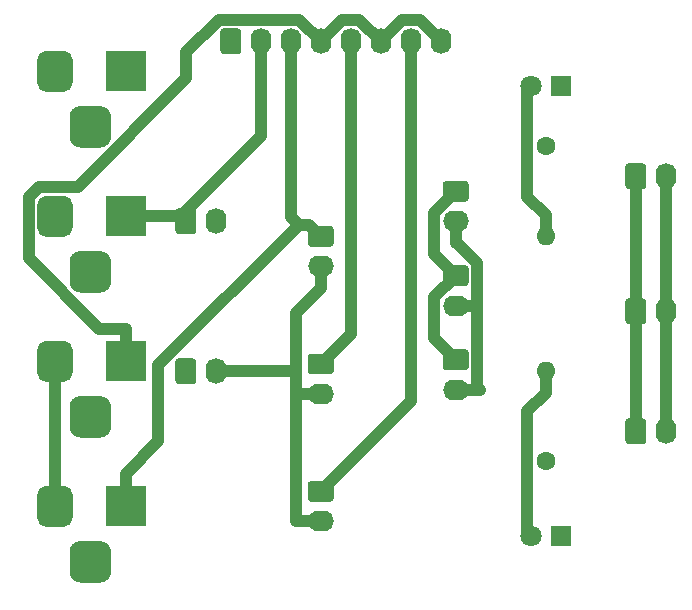
<source format=gbr>
G04 #@! TF.GenerationSoftware,KiCad,Pcbnew,(5.1.9-0-10_14)*
G04 #@! TF.CreationDate,2023-01-06T07:48:33+10:00*
G04 #@! TF.ProjectId,OH - Relay and Backlight Distribution,4f48202d-2052-4656-9c61-7920616e6420,rev?*
G04 #@! TF.SameCoordinates,Original*
G04 #@! TF.FileFunction,Copper,L2,Bot*
G04 #@! TF.FilePolarity,Positive*
%FSLAX46Y46*%
G04 Gerber Fmt 4.6, Leading zero omitted, Abs format (unit mm)*
G04 Created by KiCad (PCBNEW (5.1.9-0-10_14)) date 2023-01-06 07:48:33*
%MOMM*%
%LPD*%
G01*
G04 APERTURE LIST*
G04 #@! TA.AperFunction,ComponentPad*
%ADD10O,2.190000X1.740000*%
G04 #@! TD*
G04 #@! TA.AperFunction,ComponentPad*
%ADD11O,1.740000X2.190000*%
G04 #@! TD*
G04 #@! TA.AperFunction,ComponentPad*
%ADD12R,3.500000X3.500000*%
G04 #@! TD*
G04 #@! TA.AperFunction,ComponentPad*
%ADD13O,1.600000X1.600000*%
G04 #@! TD*
G04 #@! TA.AperFunction,ComponentPad*
%ADD14C,1.600000*%
G04 #@! TD*
G04 #@! TA.AperFunction,ComponentPad*
%ADD15C,1.800000*%
G04 #@! TD*
G04 #@! TA.AperFunction,ComponentPad*
%ADD16R,1.800000X1.800000*%
G04 #@! TD*
G04 #@! TA.AperFunction,Conductor*
%ADD17C,1.000000*%
G04 #@! TD*
G04 APERTURE END LIST*
D10*
X151130000Y-89190000D03*
G04 #@! TA.AperFunction,ComponentPad*
G36*
G01*
X150284999Y-85780000D02*
X151975001Y-85780000D01*
G75*
G02*
X152225000Y-86029999I0J-249999D01*
G01*
X152225000Y-87270001D01*
G75*
G02*
X151975001Y-87520000I-249999J0D01*
G01*
X150284999Y-87520000D01*
G75*
G02*
X150035000Y-87270001I0J249999D01*
G01*
X150035000Y-86029999D01*
G75*
G02*
X150284999Y-85780000I249999J0D01*
G01*
G37*
G04 #@! TD.AperFunction*
X151130000Y-82060000D03*
G04 #@! TA.AperFunction,ComponentPad*
G36*
G01*
X150284999Y-78650000D02*
X151975001Y-78650000D01*
G75*
G02*
X152225000Y-78899999I0J-249999D01*
G01*
X152225000Y-80140001D01*
G75*
G02*
X151975001Y-80390000I-249999J0D01*
G01*
X150284999Y-80390000D01*
G75*
G02*
X150035000Y-80140001I0J249999D01*
G01*
X150035000Y-78899999D01*
G75*
G02*
X150284999Y-78650000I249999J0D01*
G01*
G37*
G04 #@! TD.AperFunction*
X151130000Y-74930000D03*
G04 #@! TA.AperFunction,ComponentPad*
G36*
G01*
X150284999Y-71520000D02*
X151975001Y-71520000D01*
G75*
G02*
X152225000Y-71769999I0J-249999D01*
G01*
X152225000Y-73010001D01*
G75*
G02*
X151975001Y-73260000I-249999J0D01*
G01*
X150284999Y-73260000D01*
G75*
G02*
X150035000Y-73010001I0J249999D01*
G01*
X150035000Y-71769999D01*
G75*
G02*
X150284999Y-71520000I249999J0D01*
G01*
G37*
G04 #@! TD.AperFunction*
D11*
X130810000Y-74930000D03*
G04 #@! TA.AperFunction,ComponentPad*
G36*
G01*
X127400000Y-75775001D02*
X127400000Y-74084999D01*
G75*
G02*
X127649999Y-73835000I249999J0D01*
G01*
X128890001Y-73835000D01*
G75*
G02*
X129140000Y-74084999I0J-249999D01*
G01*
X129140000Y-75775001D01*
G75*
G02*
X128890001Y-76025000I-249999J0D01*
G01*
X127649999Y-76025000D01*
G75*
G02*
X127400000Y-75775001I0J249999D01*
G01*
G37*
G04 #@! TD.AperFunction*
X130810000Y-87630000D03*
G04 #@! TA.AperFunction,ComponentPad*
G36*
G01*
X127400000Y-88475001D02*
X127400000Y-86784999D01*
G75*
G02*
X127649999Y-86535000I249999J0D01*
G01*
X128890001Y-86535000D01*
G75*
G02*
X129140000Y-86784999I0J-249999D01*
G01*
X129140000Y-88475001D01*
G75*
G02*
X128890001Y-88725000I-249999J0D01*
G01*
X127649999Y-88725000D01*
G75*
G02*
X127400000Y-88475001I0J249999D01*
G01*
G37*
G04 #@! TD.AperFunction*
G04 #@! TA.AperFunction,ComponentPad*
G36*
G01*
X118440000Y-104635000D02*
X118440000Y-102885000D01*
G75*
G02*
X119315000Y-102010000I875000J0D01*
G01*
X121065000Y-102010000D01*
G75*
G02*
X121940000Y-102885000I0J-875000D01*
G01*
X121940000Y-104635000D01*
G75*
G02*
X121065000Y-105510000I-875000J0D01*
G01*
X119315000Y-105510000D01*
G75*
G02*
X118440000Y-104635000I0J875000D01*
G01*
G37*
G04 #@! TD.AperFunction*
G04 #@! TA.AperFunction,ComponentPad*
G36*
G01*
X115690000Y-100060000D02*
X115690000Y-98060000D01*
G75*
G02*
X116440000Y-97310000I750000J0D01*
G01*
X117940000Y-97310000D01*
G75*
G02*
X118690000Y-98060000I0J-750000D01*
G01*
X118690000Y-100060000D01*
G75*
G02*
X117940000Y-100810000I-750000J0D01*
G01*
X116440000Y-100810000D01*
G75*
G02*
X115690000Y-100060000I0J750000D01*
G01*
G37*
G04 #@! TD.AperFunction*
D12*
X123190000Y-99060000D03*
D11*
X149860000Y-59690000D03*
X147320000Y-59690000D03*
X144780000Y-59690000D03*
X142240000Y-59690000D03*
X139700000Y-59690000D03*
X137160000Y-59690000D03*
X134620000Y-59690000D03*
G04 #@! TA.AperFunction,ComponentPad*
G36*
G01*
X131210000Y-60535001D02*
X131210000Y-58844999D01*
G75*
G02*
X131459999Y-58595000I249999J0D01*
G01*
X132700001Y-58595000D01*
G75*
G02*
X132950000Y-58844999I0J-249999D01*
G01*
X132950000Y-60535001D01*
G75*
G02*
X132700001Y-60785000I-249999J0D01*
G01*
X131459999Y-60785000D01*
G75*
G02*
X131210000Y-60535001I0J249999D01*
G01*
G37*
G04 #@! TD.AperFunction*
D10*
X139700000Y-100330000D03*
G04 #@! TA.AperFunction,ComponentPad*
G36*
G01*
X138854999Y-96920000D02*
X140545001Y-96920000D01*
G75*
G02*
X140795000Y-97169999I0J-249999D01*
G01*
X140795000Y-98410001D01*
G75*
G02*
X140545001Y-98660000I-249999J0D01*
G01*
X138854999Y-98660000D01*
G75*
G02*
X138605000Y-98410001I0J249999D01*
G01*
X138605000Y-97169999D01*
G75*
G02*
X138854999Y-96920000I249999J0D01*
G01*
G37*
G04 #@! TD.AperFunction*
X139700000Y-89535000D03*
G04 #@! TA.AperFunction,ComponentPad*
G36*
G01*
X138854999Y-86125000D02*
X140545001Y-86125000D01*
G75*
G02*
X140795000Y-86374999I0J-249999D01*
G01*
X140795000Y-87615001D01*
G75*
G02*
X140545001Y-87865000I-249999J0D01*
G01*
X138854999Y-87865000D01*
G75*
G02*
X138605000Y-87615001I0J249999D01*
G01*
X138605000Y-86374999D01*
G75*
G02*
X138854999Y-86125000I249999J0D01*
G01*
G37*
G04 #@! TD.AperFunction*
G04 #@! TA.AperFunction,ComponentPad*
G36*
G01*
X118440000Y-80081700D02*
X118440000Y-78331700D01*
G75*
G02*
X119315000Y-77456700I875000J0D01*
G01*
X121065000Y-77456700D01*
G75*
G02*
X121940000Y-78331700I0J-875000D01*
G01*
X121940000Y-80081700D01*
G75*
G02*
X121065000Y-80956700I-875000J0D01*
G01*
X119315000Y-80956700D01*
G75*
G02*
X118440000Y-80081700I0J875000D01*
G01*
G37*
G04 #@! TD.AperFunction*
G04 #@! TA.AperFunction,ComponentPad*
G36*
G01*
X115690000Y-75506700D02*
X115690000Y-73506700D01*
G75*
G02*
X116440000Y-72756700I750000J0D01*
G01*
X117940000Y-72756700D01*
G75*
G02*
X118690000Y-73506700I0J-750000D01*
G01*
X118690000Y-75506700D01*
G75*
G02*
X117940000Y-76256700I-750000J0D01*
G01*
X116440000Y-76256700D01*
G75*
G02*
X115690000Y-75506700I0J750000D01*
G01*
G37*
G04 #@! TD.AperFunction*
D12*
X123190000Y-74506700D03*
G04 #@! TA.AperFunction,ComponentPad*
G36*
G01*
X118440000Y-67805000D02*
X118440000Y-66055000D01*
G75*
G02*
X119315000Y-65180000I875000J0D01*
G01*
X121065000Y-65180000D01*
G75*
G02*
X121940000Y-66055000I0J-875000D01*
G01*
X121940000Y-67805000D01*
G75*
G02*
X121065000Y-68680000I-875000J0D01*
G01*
X119315000Y-68680000D01*
G75*
G02*
X118440000Y-67805000I0J875000D01*
G01*
G37*
G04 #@! TD.AperFunction*
G04 #@! TA.AperFunction,ComponentPad*
G36*
G01*
X115690000Y-63230000D02*
X115690000Y-61230000D01*
G75*
G02*
X116440000Y-60480000I750000J0D01*
G01*
X117940000Y-60480000D01*
G75*
G02*
X118690000Y-61230000I0J-750000D01*
G01*
X118690000Y-63230000D01*
G75*
G02*
X117940000Y-63980000I-750000J0D01*
G01*
X116440000Y-63980000D01*
G75*
G02*
X115690000Y-63230000I0J750000D01*
G01*
G37*
G04 #@! TD.AperFunction*
X123190000Y-62230000D03*
D10*
X139700000Y-78740000D03*
G04 #@! TA.AperFunction,ComponentPad*
G36*
G01*
X138854999Y-75330000D02*
X140545001Y-75330000D01*
G75*
G02*
X140795000Y-75579999I0J-249999D01*
G01*
X140795000Y-76820001D01*
G75*
G02*
X140545001Y-77070000I-249999J0D01*
G01*
X138854999Y-77070000D01*
G75*
G02*
X138605000Y-76820001I0J249999D01*
G01*
X138605000Y-75579999D01*
G75*
G02*
X138854999Y-75330000I249999J0D01*
G01*
G37*
G04 #@! TD.AperFunction*
D11*
X168910000Y-92710000D03*
G04 #@! TA.AperFunction,ComponentPad*
G36*
G01*
X165500000Y-93555001D02*
X165500000Y-91864999D01*
G75*
G02*
X165749999Y-91615000I249999J0D01*
G01*
X166990001Y-91615000D01*
G75*
G02*
X167240000Y-91864999I0J-249999D01*
G01*
X167240000Y-93555001D01*
G75*
G02*
X166990001Y-93805000I-249999J0D01*
G01*
X165749999Y-93805000D01*
G75*
G02*
X165500000Y-93555001I0J249999D01*
G01*
G37*
G04 #@! TD.AperFunction*
X168910000Y-82550000D03*
G04 #@! TA.AperFunction,ComponentPad*
G36*
G01*
X165500000Y-83395001D02*
X165500000Y-81704999D01*
G75*
G02*
X165749999Y-81455000I249999J0D01*
G01*
X166990001Y-81455000D01*
G75*
G02*
X167240000Y-81704999I0J-249999D01*
G01*
X167240000Y-83395001D01*
G75*
G02*
X166990001Y-83645000I-249999J0D01*
G01*
X165749999Y-83645000D01*
G75*
G02*
X165500000Y-83395001I0J249999D01*
G01*
G37*
G04 #@! TD.AperFunction*
X168910000Y-71120000D03*
G04 #@! TA.AperFunction,ComponentPad*
G36*
G01*
X165500000Y-71965001D02*
X165500000Y-70274999D01*
G75*
G02*
X165749999Y-70025000I249999J0D01*
G01*
X166990001Y-70025000D01*
G75*
G02*
X167240000Y-70274999I0J-249999D01*
G01*
X167240000Y-71965001D01*
G75*
G02*
X166990001Y-72215000I-249999J0D01*
G01*
X165749999Y-72215000D01*
G75*
G02*
X165500000Y-71965001I0J249999D01*
G01*
G37*
G04 #@! TD.AperFunction*
G04 #@! TA.AperFunction,ComponentPad*
G36*
G01*
X118440000Y-92358300D02*
X118440000Y-90608300D01*
G75*
G02*
X119315000Y-89733300I875000J0D01*
G01*
X121065000Y-89733300D01*
G75*
G02*
X121940000Y-90608300I0J-875000D01*
G01*
X121940000Y-92358300D01*
G75*
G02*
X121065000Y-93233300I-875000J0D01*
G01*
X119315000Y-93233300D01*
G75*
G02*
X118440000Y-92358300I0J875000D01*
G01*
G37*
G04 #@! TD.AperFunction*
G04 #@! TA.AperFunction,ComponentPad*
G36*
G01*
X115690000Y-87783300D02*
X115690000Y-85783300D01*
G75*
G02*
X116440000Y-85033300I750000J0D01*
G01*
X117940000Y-85033300D01*
G75*
G02*
X118690000Y-85783300I0J-750000D01*
G01*
X118690000Y-87783300D01*
G75*
G02*
X117940000Y-88533300I-750000J0D01*
G01*
X116440000Y-88533300D01*
G75*
G02*
X115690000Y-87783300I0J750000D01*
G01*
G37*
G04 #@! TD.AperFunction*
D12*
X123190000Y-86783300D03*
D13*
X158750000Y-87630000D03*
D14*
X158750000Y-95250000D03*
D13*
X158750000Y-76200000D03*
D14*
X158750000Y-68580000D03*
D15*
X157480000Y-101600000D03*
D16*
X160020000Y-101600000D03*
D15*
X157480000Y-63500000D03*
D16*
X160020000Y-63500000D03*
D17*
X139700000Y-100330000D02*
X137605000Y-100330000D01*
X137605000Y-89535000D02*
X137605000Y-100330000D01*
X137605000Y-87630000D02*
X137605000Y-89535000D01*
X139700000Y-80610000D02*
X137605000Y-82705000D01*
X137605000Y-82705000D02*
X137605000Y-87630000D01*
X137605000Y-87630000D02*
X132680000Y-87630000D01*
X130810000Y-87630000D02*
X132680000Y-87630000D01*
X139700000Y-89535000D02*
X137605000Y-89535000D01*
X139700000Y-78740000D02*
X139700000Y-80610000D01*
X117190000Y-86783300D02*
X117190000Y-99060000D01*
X158750000Y-76200000D02*
X158750000Y-74400000D01*
X157480000Y-63500000D02*
X157191200Y-63788800D01*
X157191200Y-63788800D02*
X157191200Y-72841200D01*
X157191200Y-72841200D02*
X158750000Y-74400000D01*
X158750000Y-87630000D02*
X158750000Y-89430000D01*
X157480000Y-101600000D02*
X157193700Y-101313700D01*
X157193700Y-101313700D02*
X157193700Y-90986300D01*
X157193700Y-90986300D02*
X158750000Y-89430000D01*
X168910000Y-82550000D02*
X168910000Y-92710000D01*
X168910000Y-71120000D02*
X168910000Y-82550000D01*
X166370000Y-82550000D02*
X166370000Y-92710000D01*
X166370000Y-71120000D02*
X166370000Y-82550000D01*
X139700000Y-59690000D02*
X137893300Y-57883300D01*
X137893300Y-57883300D02*
X131061700Y-57883300D01*
X131061700Y-57883300D02*
X128326500Y-60618500D01*
X128326500Y-60618500D02*
X128326500Y-62829100D01*
X128326500Y-62829100D02*
X119108100Y-72047500D01*
X119108100Y-72047500D02*
X115810400Y-72047500D01*
X115810400Y-72047500D02*
X114977200Y-72880700D01*
X114977200Y-72880700D02*
X114977200Y-78054900D01*
X114977200Y-78054900D02*
X120955600Y-84033300D01*
X120955600Y-84033300D02*
X123190000Y-84033300D01*
X123190000Y-86783300D02*
X123190000Y-84033300D01*
X144780000Y-59690000D02*
X142970900Y-57880900D01*
X142970900Y-57880900D02*
X141509100Y-57880900D01*
X141509100Y-57880900D02*
X139700000Y-59690000D01*
X149860000Y-59690000D02*
X148064600Y-57894600D01*
X148064600Y-57894600D02*
X146575400Y-57894600D01*
X146575400Y-57894600D02*
X144780000Y-59690000D01*
X123190000Y-99060000D02*
X123190000Y-96310000D01*
X137830200Y-75229900D02*
X138729900Y-75229900D01*
X138729900Y-75229900D02*
X139700000Y-76200000D01*
X123190000Y-96310000D02*
X125940000Y-93560000D01*
X125940000Y-93560000D02*
X125940000Y-87120100D01*
X125940000Y-87120100D02*
X137830200Y-75229900D01*
X137160000Y-59690000D02*
X137160000Y-74559700D01*
X137160000Y-74559700D02*
X137830200Y-75229900D01*
X127846700Y-74506700D02*
X128270000Y-74930000D01*
X123190000Y-74506700D02*
X127846700Y-74506700D01*
X127846700Y-74506700D02*
X134620000Y-67733400D01*
X134620000Y-67733400D02*
X134620000Y-59690000D01*
X139700000Y-86995000D02*
X142240000Y-84455000D01*
X142240000Y-84455000D02*
X142240000Y-59690000D01*
X147320000Y-59690000D02*
X147320000Y-90170000D01*
X147320000Y-90170000D02*
X139700000Y-97790000D01*
X151130000Y-74930000D02*
X151130000Y-76800000D01*
X152926500Y-82060000D02*
X152926500Y-88891500D01*
X152926500Y-88891500D02*
X153225000Y-89190000D01*
X152775600Y-82060000D02*
X152926500Y-82060000D01*
X151130000Y-76800000D02*
X151237700Y-76800000D01*
X151237700Y-76800000D02*
X152926500Y-78488800D01*
X152926500Y-78488800D02*
X152926500Y-82060000D01*
X151130000Y-89190000D02*
X153225000Y-89190000D01*
X151130000Y-82060000D02*
X152775600Y-82060000D01*
X151130000Y-72390000D02*
X149327800Y-74192200D01*
X149327800Y-74192200D02*
X149327800Y-77717800D01*
X149327800Y-77717800D02*
X151130000Y-79520000D01*
X151130000Y-79520000D02*
X149284100Y-81365900D01*
X149284100Y-81365900D02*
X149284100Y-84804100D01*
X149284100Y-84804100D02*
X151130000Y-86650000D01*
M02*

</source>
